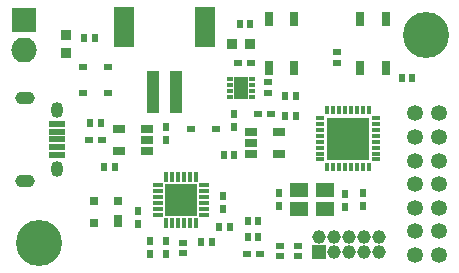
<source format=gts>
G04 #@! TF.FileFunction,Soldermask,Top*
%FSLAX46Y46*%
G04 Gerber Fmt 4.6, Leading zero omitted, Abs format (unit mm)*
G04 Created by KiCad (PCBNEW 0.201602050916+6538~42~ubuntu15.10.1-product) date Fri 05 Feb 2016 02:43:43 PM EST*
%MOMM*%
G01*
G04 APERTURE LIST*
%ADD10C,0.100000*%
%ADD11R,1.150000X1.150000*%
%ADD12C,1.150000*%
%ADD13R,0.700000X0.600000*%
%ADD14R,0.950000X0.400000*%
%ADD15R,0.400000X0.950000*%
%ADD16R,1.400000X1.400000*%
%ADD17R,0.700000X0.500000*%
%ADD18R,0.500000X0.700000*%
%ADD19R,1.100000X0.700000*%
%ADD20R,0.800000X1.100000*%
%ADD21R,0.800000X0.700000*%
%ADD22R,2.132000X2.132000*%
%ADD23O,2.132000X2.132000*%
%ADD24R,1.100000X3.600000*%
%ADD25R,1.800000X3.500000*%
%ADD26R,0.600000X0.700000*%
%ADD27R,0.897560X0.897560*%
%ADD28R,0.690000X0.550000*%
%ADD29R,0.350000X0.800000*%
%ADD30R,0.800000X0.350000*%
%ADD31R,1.825000X1.825000*%
%ADD32R,1.500000X1.300000*%
%ADD33C,3.900000*%
%ADD34R,0.750000X1.150000*%
%ADD35R,1.450000X0.500000*%
%ADD36O,1.050000X1.350000*%
%ADD37O,1.650000X1.100000*%
%ADD38R,0.600000X0.400000*%
%ADD39R,1.160000X0.980000*%
%ADD40C,1.350000*%
G04 APERTURE END LIST*
D10*
D11*
X155575000Y-107696000D03*
D12*
X156845000Y-107696000D03*
X158115000Y-107696000D03*
X159385000Y-107696000D03*
X160655000Y-107696000D03*
X156845000Y-106426000D03*
X158115000Y-106426000D03*
X159385000Y-106426000D03*
X160655000Y-106426000D03*
X155575000Y-106426000D03*
D13*
X151511000Y-96012000D03*
X150411000Y-96012000D03*
D14*
X141926000Y-102016000D03*
X141926000Y-102516000D03*
X141926000Y-103016000D03*
X141926000Y-103516000D03*
X141926000Y-104016000D03*
X141926000Y-104516000D03*
D15*
X142626000Y-105216000D03*
X143126000Y-105216000D03*
X143626000Y-105216000D03*
X144126000Y-105216000D03*
X144626000Y-105216000D03*
X145126000Y-105216000D03*
D14*
X145826000Y-104516000D03*
X145826000Y-104016000D03*
X145826000Y-103516000D03*
X145826000Y-103016000D03*
X145826000Y-102516000D03*
X145826000Y-102016000D03*
D15*
X145126000Y-101316000D03*
X144626000Y-101316000D03*
X144126000Y-101316000D03*
X143626000Y-101316000D03*
X143126000Y-101316000D03*
X142626000Y-101316000D03*
D16*
X144526000Y-103916000D03*
X144526000Y-102616000D03*
X143226000Y-103916000D03*
X143226000Y-102616000D03*
D17*
X151257000Y-93276000D03*
X151257000Y-94176000D03*
D18*
X162560000Y-92964000D03*
X163460000Y-92964000D03*
D13*
X149775000Y-91694000D03*
X148675000Y-91694000D03*
D19*
X141027000Y-99121000D03*
X141027000Y-98171000D03*
X141027000Y-97221000D03*
X138627000Y-97221000D03*
X138627000Y-99121000D03*
D18*
X137096500Y-96774000D03*
X136196500Y-96774000D03*
D20*
X138541000Y-105017000D03*
D21*
X138541000Y-103317000D03*
X136541000Y-103317000D03*
X136541000Y-105217000D03*
D22*
X130556000Y-88011000D03*
D23*
X130556000Y-90551000D03*
D24*
X143494000Y-94118000D03*
X141494000Y-94118000D03*
D25*
X145944000Y-88568000D03*
X139044000Y-88568000D03*
D13*
X137202000Y-98171000D03*
X136102000Y-98171000D03*
D26*
X142621000Y-97113000D03*
X142621000Y-98213000D03*
X148336000Y-97070000D03*
X148336000Y-95970000D03*
X142621000Y-106765000D03*
X142621000Y-107865000D03*
X140208000Y-104225000D03*
X140208000Y-105325000D03*
X147447000Y-102955000D03*
X147447000Y-104055000D03*
X141224000Y-107865000D03*
X141224000Y-106765000D03*
D13*
X150537000Y-107823000D03*
X149437000Y-107823000D03*
D26*
X152146000Y-102701000D03*
X152146000Y-103801000D03*
X157734000Y-103843000D03*
X157734000Y-102743000D03*
X159258000Y-102701000D03*
X159258000Y-103801000D03*
D27*
X134112000Y-90792300D03*
X134112000Y-89293700D03*
D28*
X146851000Y-97282000D03*
X144741000Y-97282000D03*
D27*
X148221700Y-90043000D03*
X149720300Y-90043000D03*
D19*
X149803000Y-97475000D03*
X149803000Y-98425000D03*
X149803000Y-99375000D03*
X152203000Y-99375000D03*
X152203000Y-97475000D03*
D29*
X159764500Y-95670500D03*
X159264500Y-95670500D03*
X158764500Y-95670500D03*
X158264500Y-95670500D03*
X157764500Y-95670500D03*
X157264500Y-95670500D03*
X156764500Y-95670500D03*
X156264500Y-95670500D03*
D30*
X155614500Y-96320500D03*
X155614500Y-96820500D03*
X155614500Y-97320500D03*
X155614500Y-97820500D03*
X155614500Y-98320500D03*
X155614500Y-98820500D03*
X155614500Y-99320500D03*
X155614500Y-99820500D03*
D29*
X156264500Y-100470500D03*
X156764500Y-100470500D03*
X157264500Y-100470500D03*
X157764500Y-100470500D03*
X158264500Y-100470500D03*
X158764500Y-100470500D03*
X159264500Y-100470500D03*
X159764500Y-100470500D03*
D30*
X160414500Y-99820500D03*
X160414500Y-99320500D03*
X160414500Y-98820500D03*
X160414500Y-98320500D03*
X160414500Y-97820500D03*
X160414500Y-97320500D03*
X160414500Y-96820500D03*
X160414500Y-96320500D03*
D31*
X157152000Y-98933000D03*
X158877000Y-98933000D03*
X157152000Y-97208000D03*
X158877000Y-97208000D03*
D18*
X136588500Y-89535000D03*
X135688500Y-89535000D03*
X137408500Y-100457000D03*
X138308500Y-100457000D03*
X148405000Y-99441000D03*
X147505000Y-99441000D03*
D17*
X144018000Y-107765000D03*
X144018000Y-106865000D03*
D18*
X149744000Y-88392000D03*
X148844000Y-88392000D03*
X149537000Y-105029000D03*
X150437000Y-105029000D03*
X150437000Y-106426000D03*
X149537000Y-106426000D03*
D17*
X153797000Y-108019000D03*
X153797000Y-107119000D03*
X152273000Y-108019000D03*
X152273000Y-107119000D03*
X157099000Y-90736000D03*
X157099000Y-91636000D03*
D18*
X152712000Y-96139000D03*
X153612000Y-96139000D03*
X152712000Y-94488000D03*
X153612000Y-94488000D03*
D32*
X153840000Y-104051000D03*
X156040000Y-104051000D03*
X153840000Y-102451000D03*
X156040000Y-102451000D03*
D33*
X131826000Y-106934000D03*
X164592000Y-89281000D03*
D34*
X151325000Y-92118000D03*
X151325000Y-87968000D03*
X153475000Y-92118000D03*
X153475000Y-87968000D03*
X159072000Y-92118000D03*
X159072000Y-87968000D03*
X161222000Y-92118000D03*
X161222000Y-87968000D03*
D28*
X137707000Y-94234000D03*
X135597000Y-94234000D03*
X137707000Y-92011500D03*
X135597000Y-92011500D03*
D35*
X133388540Y-96806600D03*
X133388540Y-97456600D03*
X133388540Y-98106600D03*
X133388540Y-98756600D03*
X133388540Y-99406600D03*
D36*
X133388540Y-95606600D03*
X133388540Y-100606600D03*
D37*
X130688540Y-94606600D03*
X130688540Y-101606600D03*
D38*
X148071000Y-93044000D03*
X148071000Y-93544000D03*
X148071000Y-94044000D03*
X148071000Y-94544000D03*
X149871000Y-94544000D03*
X149871000Y-94044000D03*
X149871000Y-93544000D03*
X149871000Y-93044000D03*
D39*
X148971000Y-94234000D03*
X148971000Y-93354000D03*
D40*
X165703000Y-107918000D03*
X163703000Y-107918000D03*
X165703000Y-105918000D03*
X163703000Y-105918000D03*
X165703000Y-103918000D03*
X163703000Y-103918000D03*
X165703000Y-101918000D03*
X163703000Y-101918000D03*
X165703000Y-99918000D03*
X163703000Y-99918000D03*
X165703000Y-97918000D03*
X163703000Y-97918000D03*
X165703000Y-95918000D03*
X163703000Y-95918000D03*
D18*
X146500000Y-106807000D03*
X145600000Y-106807000D03*
X147124000Y-105537000D03*
X148024000Y-105537000D03*
M02*

</source>
